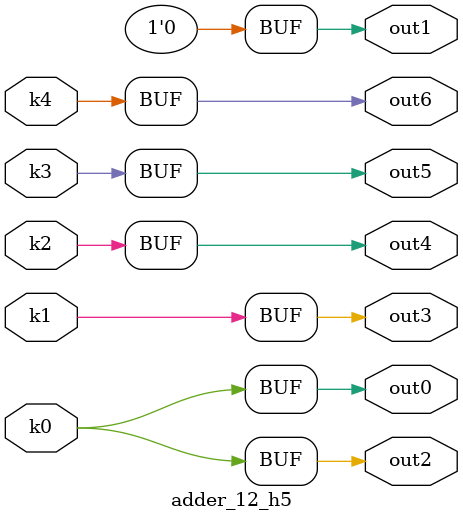
<source format=v>
module adder_12(pi00, pi01, pi02, pi03, pi04, pi05, pi06, pi07, pi08, pi09, pi10, po0, po1, po2, po3, po4, po5, po6);
input pi00, pi01, pi02, pi03, pi04, pi05, pi06, pi07, pi08, pi09, pi10;
output po0, po1, po2, po3, po4, po5, po6;
wire k0, k1, k2, k3, k4;
adder_12_w5 DUT1 (pi00, pi01, pi02, pi03, pi04, pi05, pi06, pi07, pi08, pi09, pi10, k0, k1, k2, k3, k4);
adder_12_h5 DUT2 (k0, k1, k2, k3, k4, po0, po1, po2, po3, po4, po5, po6);
endmodule

module adder_12_w5(in10, in9, in8, in7, in6, in5, in4, in3, in2, in1, in0, k4, k3, k2, k1, k0);
input in10, in9, in8, in7, in6, in5, in4, in3, in2, in1, in0;
output k4, k3, k2, k1, k0;
assign k0 =   ((in6 ^ in1) & ((((in10 & (in5 | ~in0)) | (in5 & ~in0)) & (in7 | in2) & (in8 | in3) & (in9 | in4)) | ((in7 | in2) & ((in9 & in4 & (in8 | in3)) | (in8 & in3))) | (in7 & in2))) | (((~in5 & in0) | (~in10 & (~in5 | in0))) & (~in6 ^ in1) & (~in7 | ~in2) & (~in8 | ~in3) & (~in9 | ~in4)) | ((~in7 | ~in2) & (~in6 ^ in1) & ((~in8 & ~in3) | (~in9 & ~in4 & (~in8 | ~in3)))) | (~in7 & ~in2 & (~in6 ^ in1));
assign k1 =   ((in7 ^ in2) & ((((in10 & (in5 | ~in0)) | (in5 & ~in0)) & (in8 | in3) & (in9 | in4)) | (in9 & in4 & (in8 | in3)) | (in8 & in3))) | (((~in5 & in0) | (~in10 & (~in5 | in0))) & (~in7 ^ in2) & (~in8 | ~in3) & (~in9 | ~in4)) | ((~in7 ^ in2) & ((~in8 & ~in3) | (~in9 & ~in4 & (~in8 | ~in3))));
assign k2 =   ((in8 ^ in3) & ((((in10 & (in5 | ~in0)) | (in5 & ~in0)) & (in9 | in4)) | (in9 & in4))) | (((~in5 & in0) | (~in10 & (~in5 | in0))) & (~in9 | ~in4) & (~in8 ^ in3)) | (~in9 & ~in4 & (~in8 ^ in3));
assign k3 =   ((in9 ^ in4) & ((in10 & (in5 | ~in0)) | (in5 & ~in0))) | (((~in5 & in0) | (~in10 & (~in5 | in0))) & (~in9 ^ in4));
assign k4 =   in10 ? (~in5 ^ in0) : (in5 ^ in0);
endmodule

module adder_12_h5(k4, k3, k2, k1, k0, out6, out5, out4, out3, out2, out1, out0);
input k4, k3, k2, k1, k0;
output out6, out5, out4, out3, out2, out1, out0;
assign out0 = k0;
assign out1 = 0;
assign out2 = k0;
assign out3 = k1;
assign out4 = k2;
assign out5 = k3;
assign out6 = k4;
endmodule

</source>
